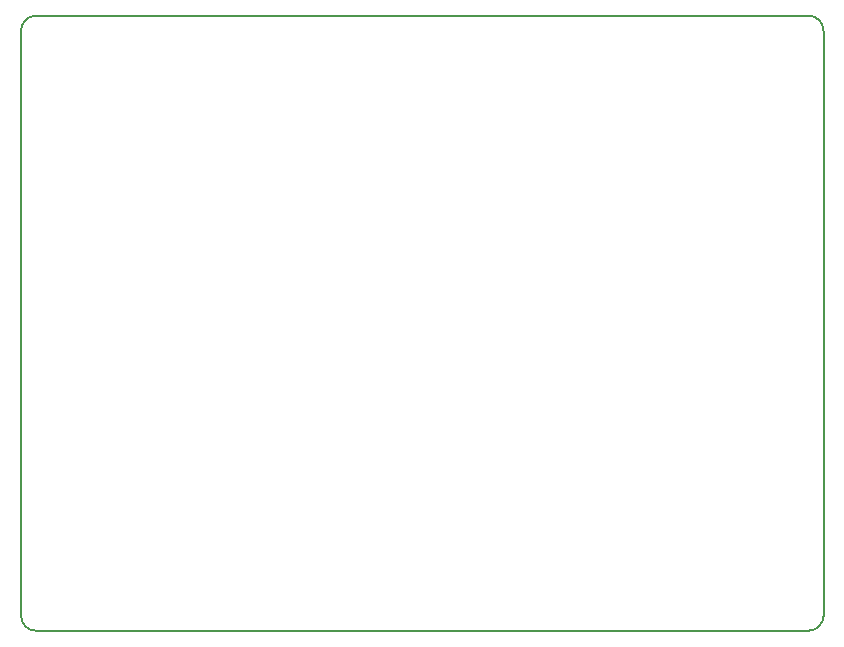
<source format=gm1>
G04 #@! TF.GenerationSoftware,KiCad,Pcbnew,9.0.6-9.0.6~ubuntu24.04.1*
G04 #@! TF.CreationDate,2025-12-07T01:13:07+01:00*
G04 #@! TF.ProjectId,Acorn Joystick Adapter,41636f72-6e20-44a6-9f79-737469636b20,rev?*
G04 #@! TF.SameCoordinates,Original*
G04 #@! TF.FileFunction,Profile,NP*
%FSLAX46Y46*%
G04 Gerber Fmt 4.6, Leading zero omitted, Abs format (unit mm)*
G04 Created by KiCad (PCBNEW 9.0.6-9.0.6~ubuntu24.04.1) date 2025-12-07 01:13:07*
%MOMM*%
%LPD*%
G01*
G04 APERTURE LIST*
G04 #@! TA.AperFunction,Profile*
%ADD10C,0.150000*%
G04 #@! TD*
G04 APERTURE END LIST*
D10*
X93980000Y-142240000D02*
G75*
G02*
X92710000Y-140970000I0J1270000D01*
G01*
X160655000Y-140970000D02*
X160655000Y-93980000D01*
X159385000Y-90170000D02*
G75*
G02*
X160655000Y-91440000I0J-1270000D01*
G01*
X160655000Y-91440000D02*
X160655000Y-93980000D01*
X93980000Y-142240000D02*
X159385000Y-142240000D01*
X92710000Y-91440000D02*
G75*
G02*
X93980000Y-90170000I1270000J0D01*
G01*
X92710000Y-91440000D02*
X92710000Y-93980000D01*
X92710000Y-140970000D02*
X92710000Y-93980000D01*
X93980000Y-90170000D02*
X159385000Y-90170000D01*
X160655000Y-140970000D02*
G75*
G02*
X159385000Y-142240000I-1270000J0D01*
G01*
M02*

</source>
